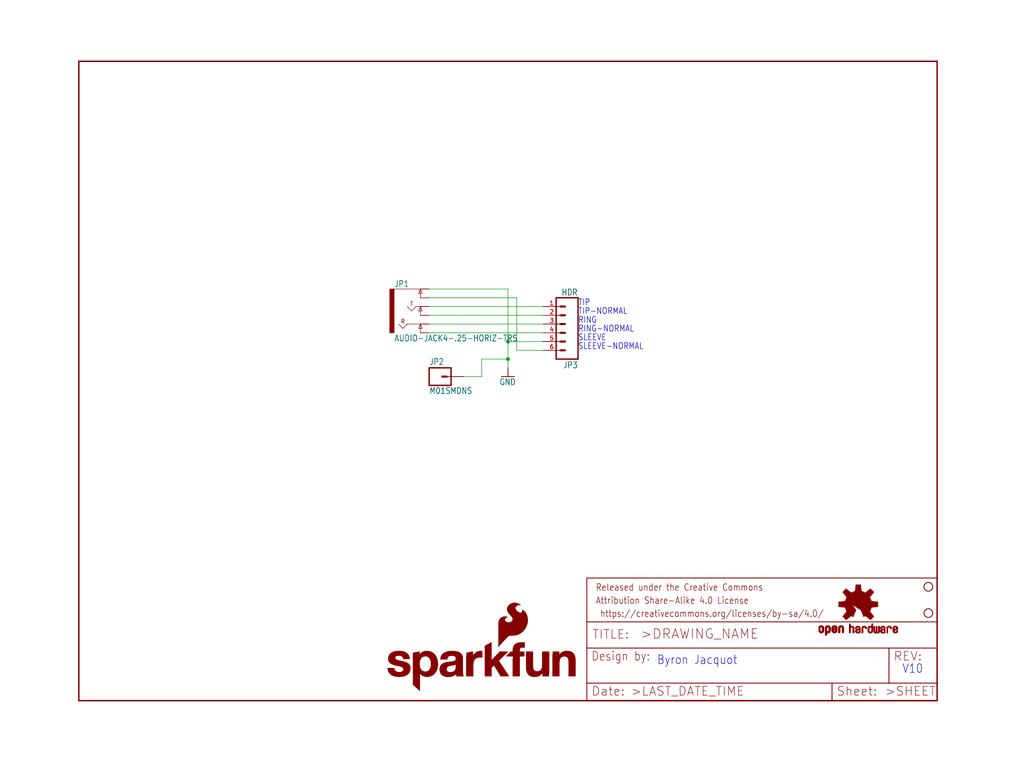
<source format=kicad_sch>
(kicad_sch (version 20211123) (generator eeschema)
  (paper "User" 297.002 223.926)
  (lib_symbols
    (symbol "eagleSchem-eagle-import:AUDIO-JACK4-.25-HORIZ-TRS"
      (property "Reference" "JP" (at -5.08 8.128 0))
      (property "Value" "AUDIO-JACK4-.25-HORIZ-TRS" (at -5.08 -7.62 0))
      (symbol "AUDIO-JACK4-.25-HORIZ-TRS_1_0"
        (text "R" (at -2.54 -2.54 0) (effects (font (size 1.27 1.0795)) (justify bottom)))
        (text "T" (at 0 2.54 0) (effects (font (size 1.27 1.0795)) (justify bottom)))
        (pin bidirectional line (at 5.08 -2.54 180) (length 2.54) (name "RING") (number "RING"))
        (pin bidirectional line (at 5.08 -5.08 180) (length 2.54) (name "RING-NORM") (number "RING-NORM"))
        (pin bidirectional line (at 5.08 7.62 180) (length 2.54) (name "EARTH") (number "SLEEVE"))
        (pin bidirectional line (at 5.08 5.08 180) (length 2.54) (name "EARTH-NORM") (number "SLEEVE-NORM"))
        (pin bidirectional line (at 5.08 2.54 180) (length 2.54) (name "TIP") (number "TIP"))
        (pin bidirectional line (at 5.08 0 180) (length 2.54) (name "TIP-NORM") (number "TIP-NORM"))
      )
    )
    (symbol "eagleSchem-eagle-import:FRAME-LETTER"
      (symbol "FRAME-LETTER_2_0"
        (text " https://creativecommons.org/licenses/by-sa/4.0/" (at 2.54 24.13 0) (effects (font (size 1.9304 1.6408)) (justify left bottom)))
        (text ">DRAWING_NAME" (at 15.494 17.78 0) (effects (font (size 2.7432 2.7432)) (justify left bottom)))
        (text ">LAST_DATE_TIME" (at 12.7 1.27 0) (effects (font (size 2.54 2.54)) (justify left bottom)))
        (text ">SHEET" (at 86.36 1.27 0) (effects (font (size 2.54 2.54)) (justify left bottom)))
        (text "Attribution Share-Alike 4.0 License" (at 2.54 27.94 0) (effects (font (size 1.9304 1.6408)) (justify left bottom)))
        (text "Date:" (at 1.27 1.27 0) (effects (font (size 2.54 2.54)) (justify left bottom)))
        (text "Design by:" (at 1.27 11.43 0) (effects (font (size 2.54 2.159)) (justify left bottom)))
        (text "Released under the Creative Commons" (at 2.54 31.75 0) (effects (font (size 1.9304 1.6408)) (justify left bottom)))
        (text "REV:" (at 88.9 11.43 0) (effects (font (size 2.54 2.54)) (justify left bottom)))
        (text "Sheet:" (at 72.39 1.27 0) (effects (font (size 2.54 2.54)) (justify left bottom)))
        (text "TITLE:" (at 1.524 17.78 0) (effects (font (size 2.54 2.54)) (justify left bottom)))
      )
    )
    (symbol "eagleSchem-eagle-import:GND" (power)
      (property "Value" "GND" (at -2.54 -2.54 0))
      (symbol "GND_1_0"
        (pin power_in line (at 0 2.54 270) (length 2.54) (name "GND") (number "1"))
      )
    )
    (symbol "eagleSchem-eagle-import:M01SMDNS"
      (property "Reference" "JP" (at -2.54 3.302 0))
      (property "Value" "M01SMDNS" (at -2.54 -5.08 0))
      (symbol "M01SMDNS_1_0"
        (pin passive line (at 7.62 0 180) (length 5.08) (name "1") (number "1"))
      )
    )
    (symbol "eagleSchem-eagle-import:M06NO_SILK"
      (property "Reference" "JP" (at -5.08 10.922 0))
      (property "Value" "M06NO_SILK" (at -5.08 -10.16 0))
      (symbol "M06NO_SILK_1_0"
        (pin passive line (at 5.08 -5.08 180) (length 5.08) (name "1") (number "1"))
        (pin passive line (at 5.08 -2.54 180) (length 5.08) (name "2") (number "2"))
        (pin passive line (at 5.08 0 180) (length 5.08) (name "3") (number "3"))
        (pin passive line (at 5.08 2.54 180) (length 5.08) (name "4") (number "4"))
        (pin passive line (at 5.08 5.08 180) (length 5.08) (name "5") (number "5"))
        (pin passive line (at 5.08 7.62 180) (length 5.08) (name "6") (number "6"))
      )
    )
    (symbol "eagleSchem-eagle-import:OSHW-LOGOS")
    (symbol "eagleSchem-eagle-import:SFE_LOGO_NAME_FLAME.1_INCH")
    (symbol "eagleSchem-eagle-import:STAND-OFF")
  )
  (junction (at 147.32 104.14))
  (junction (at 147.32 99.06))
  (wire (pts (xy 157.48 93.98) (xy 124.46 93.98)))
  (wire (pts (xy 147.32 104.14) (xy 147.32 99.06)))
  (wire (pts (xy 139.7 104.14) (xy 147.32 104.14)))
  (wire (pts (xy 157.48 101.6) (xy 149.86 101.6)))
  (wire (pts (xy 124.46 96.52) (xy 157.48 96.52)))
  (wire (pts (xy 134.62 109.22) (xy 139.7 109.22)))
  (wire (pts (xy 124.46 83.82) (xy 147.32 83.82)))
  (wire (pts (xy 149.86 101.6) (xy 149.86 86.36)))
  (wire (pts (xy 139.7 109.22) (xy 139.7 104.14)))
  (wire (pts (xy 147.32 83.82) (xy 147.32 99.06)))
  (wire (pts (xy 149.86 86.36) (xy 124.46 86.36)))
  (wire (pts (xy 124.46 91.44) (xy 157.48 91.44)))
  (wire (pts (xy 147.32 99.06) (xy 157.48 99.06)))
  (wire (pts (xy 124.46 88.9) (xy 157.48 88.9)))
  (wire (pts (xy 147.32 106.68) (xy 147.32 104.14)))
  (text "SLEEVE" (at 167.64 99.06 180) (effects (font (size 1.778 1.5113)) (justify left bottom)))
  (text "RING-NORMAL" (at 167.64 96.52 180) (effects (font (size 1.778 1.5113)) (justify left bottom)))
  (text "SLEEVE-NORMAL" (at 167.64 101.6 180) (effects (font (size 1.778 1.5113)) (justify left bottom)))
  (text "V10" (at 261.62 195.58 180) (effects (font (size 2.54 2.159)) (justify left bottom)))
  (text "TIP-NORMAL" (at 167.64 91.44 180) (effects (font (size 1.778 1.5113)) (justify left bottom)))
  (text "TIP" (at 167.64 88.9 180) (effects (font (size 1.778 1.5113)) (justify left bottom)))
  (text "RING" (at 167.64 93.98 180) (effects (font (size 1.778 1.5113)) (justify left bottom)))
  (text "Byron Jacquot" (at 190.5 193.04 180) (effects (font (size 2.54 2.159)) (justify left bottom)))
  (symbol (lib_id "eagleSchem-eagle-import:GND") (at 147.32 109.22 0) (unit 1)
    (property "Reference" "#GND1" (effects hide))
    (property "Value" "GND" (at 144.78 111.76 0) (effects (font (size 1.778 1.5113)) (justify left bottom)))
    (property "Footprint" "eagleSchem:" (effects hide))
  )
  (symbol (lib_id "eagleSchem-eagle-import:AUDIO-JACK4-.25-HORIZ-TRS") (at 119.38 91.44 0) (unit 1)
    (property "Reference" "JP1" (at 114.3 83.312 0) (effects (font (size 1.778 1.5113)) (justify left bottom)))
    (property "Value" "AUDIO-JACK4-.25-HORIZ-TRS" (at 114.3 99.06 0) (effects (font (size 1.778 1.5113)) (justify left bottom)))
    (property "Footprint" "eagleSchem:AUDIO-JACK-.25-INCH-HORIZ-PTH" (effects hide))
  )
  (symbol (lib_id "eagleSchem-eagle-import:FRAME-LETTER") (at 170.18 203.2 0) (unit 2)
    (property "Reference" "FRAME1" (effects hide))
    (property "Value" "FRAME-LETTER" (effects hide))
    (property "Footprint" "eagleSchem:CREATIVE_COMMONS" (effects hide))
  )
  (symbol (lib_id "eagleSchem-eagle-import:STAND-OFF") (at 269.24 177.8 0) (unit 1)
    (property "Reference" "STANDOFF2" (effects hide))
    (property "Value" "STAND-OFF" (effects hide))
    (property "Footprint" "eagleSchem:STAND-OFF" (effects hide))
  )
  (symbol (lib_id "eagleSchem-eagle-import:SFE_LOGO_NAME_FLAME.1_INCH") (at 111.76 200.66 0) (unit 1)
    (property "Reference" "LOGO1" (effects hide))
    (property "Value" "SFE_LOGO_NAME_FLAME.1_INCH" (effects hide))
    (property "Footprint" "eagleSchem:SFE_LOGO_NAME_FLAME_.1" (effects hide))
  )
  (symbol (lib_id "eagleSchem-eagle-import:M01SMDNS") (at 127 109.22 0) (unit 1)
    (property "Reference" "JP2" (at 124.46 105.918 0) (effects (font (size 1.778 1.5113)) (justify left bottom)))
    (property "Value" "M01SMDNS" (at 124.46 114.3 0) (effects (font (size 1.778 1.5113)) (justify left bottom)))
    (property "Footprint" "eagleSchem:1X01NS" (effects hide))
  )
  (symbol (lib_id "eagleSchem-eagle-import:OSHW-LOGOS") (at 248.92 175.26 0) (unit 1)
    (property "Reference" "LOGO2" (effects hide))
    (property "Value" "OSHW-LOGOS" (effects hide))
    (property "Footprint" "eagleSchem:OSHW-LOGO-S" (effects hide))
  )
  (symbol (lib_id "eagleSchem-eagle-import:STAND-OFF") (at 269.24 170.18 0) (unit 1)
    (property "Reference" "STANDOFF1" (effects hide))
    (property "Value" "STAND-OFF" (effects hide))
    (property "Footprint" "eagleSchem:STAND-OFF" (effects hide))
  )
  (symbol (lib_id "eagleSchem-eagle-import:M06NO_SILK") (at 162.56 93.98 180) (unit 1)
    (property "Reference" "JP3" (at 167.64 104.902 0) (effects (font (size 1.778 1.5113)) (justify left bottom)))
    (property "Value" "HDR" (at 167.64 83.82 0) (effects (font (size 1.778 1.5113)) (justify left bottom)))
    (property "Footprint" "eagleSchem:1X06_NO_SILK" (effects hide))
  )
  (symbol (lib_id "eagleSchem-eagle-import:FRAME-LETTER") (at 22.86 203.2 0) (unit 1)
    (property "Reference" "FRAME1" (effects hide))
    (property "Value" "FRAME-LETTER" (effects hide))
    (property "Footprint" "eagleSchem:CREATIVE_COMMONS" (effects hide))
  )
)
</source>
